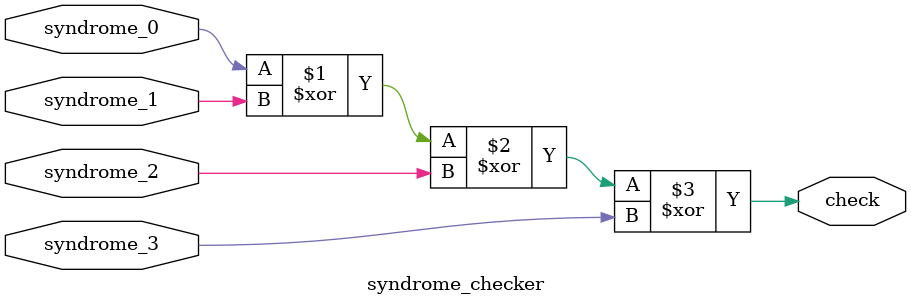
<source format=v>
module syndrome_checker#(parameter n = 12, parameter CIRC_SIZE = 3, parameter N_CIRC = 4)(
	input syndrome_0,
	input syndrome_1,
	input syndrome_2,
	input syndrome_3,

	output check
);

assign check = syndrome_0^syndrome_1^syndrome_2^syndrome_3;

endmodule

</source>
